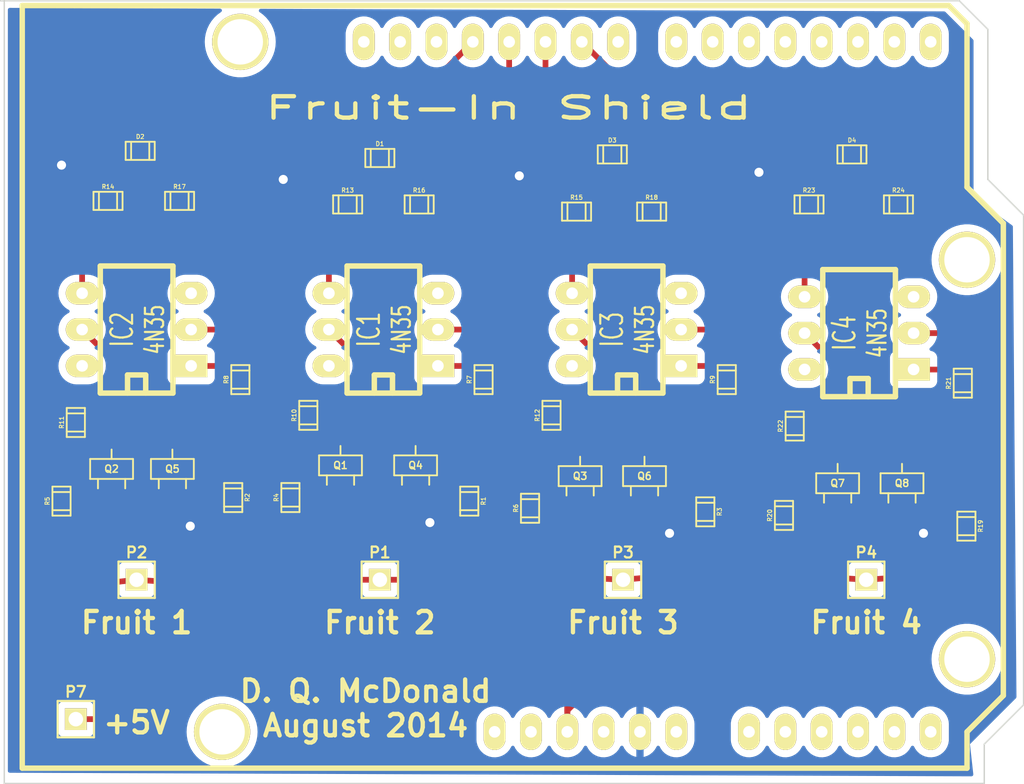
<source format=kicad_pcb>
(kicad_pcb (version 20221018) (generator pcbnew)
  (layers (0 "F.Cu" signal) (31 "B.Cu" signal) (34 "B.Paste" user) (35 "F.Paste" user) (36 "B.SilkS" user) (37 "F.SilkS" user) (38 "B.Mask" user) (39 "F.Mask" user) (44 "Edge.Cuts" user))
  (net 0 "")
  (net 1 "+5V")
  (net 2 "D10")
  (net 3 "D11")
  (net 4 "D12")
  (net 5 "D9")
  (net 6 "GND")
  (net 7 "Net-(D1-Pad1)")
  (net 8 "Net-(D2-Pad1)")
  (net 9 "Net-(D3-Pad1)")
  (net 10 "Net-(D4-Pad1)")
  (net 11 "Net-(IC1-Pad1)")
  (net 12 "Net-(IC1-Pad2)")
  (net 13 "Net-(IC1-Pad5)")
  (net 14 "Net-(IC1-Pad6)")
  (net 15 "Net-(IC2-Pad1)")
  (net 16 "Net-(IC2-Pad2)")
  (net 17 "Net-(IC2-Pad5)")
  (net 18 "Net-(IC2-Pad6)")
  (net 19 "Net-(IC3-Pad1)")
  (net 20 "Net-(IC3-Pad2)")
  (net 21 "Net-(IC3-Pad5)")
  (net 22 "Net-(IC3-Pad6)")
  (net 23 "Net-(IC4-Pad1)")
  (net 24 "Net-(IC4-Pad2)")
  (net 25 "Net-(IC4-Pad5)")
  (net 26 "Net-(IC4-Pad6)")
  (net 27 "Net-(P1-Pad1)")
  (net 28 "Net-(P2-Pad1)")
  (net 29 "Net-(P3-Pad1)")
  (net 30 "Net-(P4-Pad1)")
  (net 31 "Net-(Q1-Pad1)")
  (net 32 "Net-(Q1-Pad2)")
  (net 33 "Net-(Q2-Pad1)")
  (net 34 "Net-(Q2-Pad2)")
  (net 35 "Net-(Q3-Pad1)")
  (net 36 "Net-(Q3-Pad2)")
  (net 37 "Net-(Q7-Pad1)")
  (net 38 "Net-(Q7-Pad2)")
  (net 39 "Net-(SHIELD1-Pad0)")
  (net 40 "Net-(SHIELD1-Pad1)")
  (net 41 "Net-(SHIELD1-Pad13)")
  (net 42 "Net-(SHIELD1-Pad2)")
  (net 43 "Net-(SHIELD1-Pad3)")
  (net 44 "Net-(SHIELD1-Pad3V3)")
  (net 45 "Net-(SHIELD1-Pad4)")
  (net 46 "Net-(SHIELD1-Pad5)")
  (net 47 "Net-(SHIELD1-Pad6)")
  (net 48 "Net-(SHIELD1-Pad7)")
  (net 49 "Net-(SHIELD1-Pad8)")
  (net 50 "Net-(SHIELD1-PadAD0)")
  (net 51 "Net-(SHIELD1-PadAD1)")
  (net 52 "Net-(SHIELD1-PadAD2)")
  (net 53 "Net-(SHIELD1-PadAD3)")
  (net 54 "Net-(SHIELD1-PadAD4)")
  (net 55 "Net-(SHIELD1-PadAD5)")
  (net 56 "Net-(SHIELD1-PadAREF)")
  (net 57 "Net-(SHIELD1-PadGND1)")
  (net 58 "Net-(SHIELD1-PadGND3)")
  (net 59 "Net-(SHIELD1-PadRST)")
  (net 60 "Net-(SHIELD1-PadV_IN)")
  (footprint "smd_capacitors:c_0805" (layer "F.Cu") (at 75 73.5)
    (fp_text reference "D1")
    (fp_text value "LED" hide)
  )
  (footprint "smd_capacitors:c_0805" (layer "F.Cu") (at 58.25 73)
    (fp_text reference "D2")
    (fp_text value "LED" hide)
  )
  (footprint "smd_capacitors:c_0805" (layer "F.Cu") (at 91.25 73.25)
    (fp_text reference "D3")
    (fp_text value "LED" hide)
  )
  (footprint "smd_capacitors:c_0805" (layer "F.Cu") (at 108 73.25)
    (fp_text reference "D4")
    (fp_text value "LED" hide)
  )
  (footprint "dip_sockets:DIP-6__300_ELL" (layer "F.Cu") (at 75.25 85.5 90)
    (fp_text reference "IC1")
    (fp_text value "4N35")
  )
  (footprint "dip_sockets:DIP-6__300_ELL" (layer "F.Cu") (at 58 85.5 90)
    (fp_text reference "IC2")
    (fp_text value "4N35")
  )
  (footprint "dip_sockets:DIP-6__300_ELL" (layer "F.Cu") (at 92.25 85.5 90)
    (fp_text reference "IC3")
    (fp_text value "4N35")
  )
  (footprint "dip_sockets:DIP-6__300_ELL" (layer "F.Cu") (at 108.5 85.75 90)
    (fp_text reference "IC4")
    (fp_text value "4N35")
  )
  (footprint "pin_array:PIN_ARRAY_1" (layer "F.Cu") (at 75 103)
    (fp_text reference "P1")
    (fp_text value "CONN_1" hide)
  )
  (footprint "pin_array:PIN_ARRAY_1" (layer "F.Cu") (at 58 103)
    (fp_text reference "P2")
    (fp_text value "CONN_1" hide)
  )
  (footprint "pin_array:PIN_ARRAY_1" (layer "F.Cu") (at 92 103)
    (fp_text reference "P3")
    (fp_text value "CONN_1" hide)
  )
  (footprint "pin_array:PIN_ARRAY_1" (layer "F.Cu") (at 109 103)
    (fp_text reference "P4")
    (fp_text value "CONN_1" hide)
  )
  (footprint "pin_array:PIN_ARRAY_1" (layer "F.Cu") (at 53.75 112.75)
    (fp_text reference "P7")
    (fp_text value "CONN_1" hide)
  )
  (footprint "DQM:sot23" (layer "F.Cu") (at 72.25 95)
    (fp_text reference "Q1")
    (fp_text value "2N3904" hide)
  )
  (footprint "DQM:sot23" (layer "F.Cu") (at 56.25 95.25)
    (fp_text reference "Q2")
    (fp_text value "2N3904" hide)
  )
  (footprint "DQM:sot23" (layer "F.Cu") (at 89 95.75)
    (fp_text reference "Q3")
    (fp_text value "2N3904" hide)
  )
  (footprint "DQM:sot23" (layer "F.Cu") (at 77.5 95)
    (fp_text reference "Q4")
    (fp_text value "2N3904" hide)
  )
  (footprint "DQM:sot23" (layer "F.Cu") (at 60.5 95.25)
    (fp_text reference "Q5")
    (fp_text value "2N3904" hide)
  )
  (footprint "DQM:sot23" (layer "F.Cu") (at 93.5 95.75)
    (fp_text reference "Q6")
    (fp_text value "2N3904" hide)
  )
  (footprint "DQM:sot23" (layer "F.Cu") (at 107 96.25)
    (fp_text reference "Q7")
    (fp_text value "2N3904" hide)
  )
  (footprint "DQM:sot23" (layer "F.Cu") (at 111.5 96.25)
    (fp_text reference "Q8")
    (fp_text value "2N3904" hide)
  )
  (footprint "smd_capacitors:c_0805" (layer "F.Cu") (at 81.25 97.5 -90)
    (fp_text reference "R1")
    (fp_text value "2.2M" hide)
  )
  (footprint "smd_capacitors:c_0805" (layer "F.Cu") (at 64.75 97.25 -90)
    (fp_text reference "R2")
    (fp_text value "2.2M" hide)
  )
  (footprint "smd_capacitors:c_0805" (layer "F.Cu") (at 97.75 98.25 -90)
    (fp_text reference "R3")
    (fp_text value "2.2M" hide)
  )
  (footprint "smd_capacitors:c_0805" (layer "F.Cu") (at 68.75 97.25 90)
    (fp_text reference "R4")
    (fp_text value "10K" hide)
  )
  (footprint "smd_capacitors:c_0805" (layer "F.Cu") (at 52.75 97.5 90)
    (fp_text reference "R5")
    (fp_text value "10K" hide)
  )
  (footprint "smd_capacitors:c_0805" (layer "F.Cu") (at 85.5 98 90)
    (fp_text reference "R6")
    (fp_text value "10K" hide)
  )
  (footprint "smd_capacitors:c_0805" (layer "F.Cu") (at 82.25 89 90)
    (fp_text reference "R7")
    (fp_text value "220 Ohms" hide)
  )
  (footprint "smd_capacitors:c_0805" (layer "F.Cu") (at 65.25 89 90)
    (fp_text reference "R8")
    (fp_text value "220 Ohms" hide)
  )
  (footprint "smd_capacitors:c_0805" (layer "F.Cu") (at 99.25 89 90)
    (fp_text reference "R9")
    (fp_text value "220 Ohms" hide)
  )
  (footprint "smd_capacitors:c_0805" (layer "F.Cu") (at 70 91.5 90)
    (fp_text reference "R10")
    (fp_text value "220 Ohms" hide)
  )
  (footprint "smd_capacitors:c_0805" (layer "F.Cu") (at 53.75 92 90)
    (fp_text reference "R11")
    (fp_text value "220 Ohms" hide)
  )
  (footprint "smd_capacitors:c_0805" (layer "F.Cu") (at 87 91.5 90)
    (fp_text reference "R12")
    (fp_text value "220 Ohms" hide)
  )
  (footprint "smd_capacitors:c_0805" (layer "F.Cu") (at 72.75 76.75)
    (fp_text reference "R13")
    (fp_text value "10K" hide)
  )
  (footprint "smd_capacitors:c_0805" (layer "F.Cu") (at 56 76.5)
    (fp_text reference "R14")
    (fp_text value "10K" hide)
  )
  (footprint "smd_capacitors:c_0805" (layer "F.Cu") (at 88.75 77.25)
    (fp_text reference "R15")
    (fp_text value "10K" hide)
  )
  (footprint "smd_capacitors:c_0805" (layer "F.Cu") (at 77.75 76.75)
    (fp_text reference "R16")
    (fp_text value "470 Ohms" hide)
  )
  (footprint "smd_capacitors:c_0805" (layer "F.Cu") (at 61 76.5)
    (fp_text reference "R17")
    (fp_text value "470 Ohms" hide)
  )
  (footprint "smd_capacitors:c_0805" (layer "F.Cu") (at 94 77.25)
    (fp_text reference "R18")
    (fp_text value "470 Ohms" hide)
  )
  (footprint "smd_capacitors:c_0805" (layer "F.Cu") (at 116 99.25 -90)
    (fp_text reference "R19")
    (fp_text value "2.2M" hide)
  )
  (footprint "smd_capacitors:c_0805" (layer "F.Cu") (at 103.25 98.5 90)
    (fp_text reference "R20")
    (fp_text value "10K" hide)
  )
  (footprint "smd_capacitors:c_0805" (layer "F.Cu") (at 115.75 89.25 90)
    (fp_text reference "R21")
    (fp_text value "220 Ohms" hide)
  )
  (footprint "smd_capacitors:c_0805" (layer "F.Cu") (at 104 92.25 90)
    (fp_text reference "R22")
    (fp_text value "220 Ohms" hide)
  )
  (footprint "smd_capacitors:c_0805" (layer "F.Cu") (at 105 76.75)
    (fp_text reference "R23")
    (fp_text value "10K" hide)
  )
  (footprint "smd_capacitors:c_0805" (layer "F.Cu") (at 111.25 76.75)
    (fp_text reference "R24")
    (fp_text value "470 Ohms" hide)
  )
  (footprint "arduino_shields:ARDUINO_SHIELD" (layer "F.Cu") (at 50.004 116.178)
    (fp_text reference "")
    (fp_text value "ARDUINO_SHIELD" hide)
  )
  (gr_line (start 48.5 62.5) (end 115.5 62.5) (stroke (width 0.1)) (layer "Edge.Cuts"))
  (gr_line (start 115.5 62.5) (end 117.5 64.5) (stroke (width 0.1)) (layer "Edge.Cuts"))
  (gr_line (start 117.5 75) (end 120 77.5) (stroke (width 0.1)) (layer "Edge.Cuts"))
  (gr_line (start 120 111.75) (end 117.25 114.5) (stroke (width 0.1)) (layer "Edge.Cuts"))
  (gr_line (start 117.25 114.5) (end 117.25 117.25) (stroke (width 0.1)) (layer "Edge.Cuts"))
  (gr_line (start 120 77.5) (end 120 111.75) (stroke (width 0.1)) (layer "Edge.Cuts"))
  (gr_line (start 117.25 117.25) (end 48.75 117.25) (stroke (width 0.1)) (layer "Edge.Cuts"))
  (gr_line (start 48.75 117.25) (end 48.75 62.5) (stroke (width 0.1)) (layer "Edge.Cuts"))
  (gr_line (start 48.75 62.5) (end 48.5 62.5) (stroke (width 0.1)) (layer "Edge.Cuts"))
  (gr_line (start 117.5 64.5) (end 117.5 75) (stroke (width 0.1)) (layer "Edge.Cuts"))
  (gr_text "+5V" (at 58 113) (layer "F.SilkS") (effects (font (size 1.5 1.5) (thickness 0.3))))
  (gr_text "Fruit 4" (at 109 106) (layer "F.SilkS") (effects (font (size 1.5 1.5) (thickness 0.3))))
  (gr_text "D. Q. McDonald\nAugust 2014" (at 74 112) (layer "F.SilkS") (effects (font (size 1.5 1.5) (thickness 0.3))))
  (gr_text "Fruit 1" (at 58 106) (layer "F.SilkS") (effects (font (size 1.5 1.5) (thickness 0.3))))
  (gr_text "Fruit 2" (at 75 106) (layer "F.SilkS") (effects (font (size 1.5 1.5) (thickness 0.3))))
  (gr_text "Fruit 3" (at 92 106) (layer "F.SilkS") (effects (font (size 1.5 1.5) (thickness 0.3))))
  (gr_text "Fruit-In Shield" (at 84 70) (layer "F.SilkS") (effects (font (size 1.5 3) (thickness 0.3))))
  (segment (start 54.7975 92.9525) (end 55.75 92) (width 0.4) (layer "F.Cu") (net 1))
  (segment (start 55.75 92) (end 63.2025 92) (width 0.4) (layer "F.Cu") (net 1))
  (segment (start 63.2025 92) (end 65.25 89.9525) (width 0.4) (layer "F.Cu") (net 1))
  (segment (start 71.2975 92.4525) (end 72.25 91.5) (width 0.4) (layer "F.Cu") (net 1))
  (segment (start 72.25 91.5) (end 80.7025 91.5) (width 0.4) (layer "F.Cu") (net 1))
  (segment (start 80.7025 91.5) (end 82.25 89.9525) (width 0.4) (layer "F.Cu") (net 1))
  (segment (start 69.7975 92.4525) (end 66.75 95.5) (width 0.4) (layer "F.Cu") (net 1))
  (segment (start 66.75 95.5) (end 66.75 104.5) (width 0.4) (layer "F.Cu") (net 1))
  (segment (start 66.75 104.5) (end 70 107.75) (width 0.4) (layer "F.Cu") (net 1))
  (segment (start 84.25 107.75) (end 88.104 111.604) (width 0.4) (layer "F.Cu") (net 1))
  (segment (start 88.104 111.604) (end 88.104 112.25) (width 0.4) (layer "F.Cu") (net 1))
  (segment (start 88.104 112.25) (end 88.104 113.638) (width 0.4) (layer "F.Cu") (net 1))
  (segment (start 88.104 108.854) (end 83.5 104.25) (width 0.4) (layer "F.Cu") (net 1))
  (segment (start 83.5 104.25) (end 83.5 95.9525) (width 0.4) (layer "F.Cu") (net 1))
  (segment (start 83.5 95.9525) (end 87 92.4525) (width 0.4) (layer "F.Cu") (net 1))
  (segment (start 96.5475 92.4525) (end 99.0475 89.9525) (width 0.4) (layer "F.Cu") (net 1))
  (segment (start 99.0475 89.9525) (end 99.25 89.9525) (width 0.4) (layer "F.Cu") (net 1))
  (segment (start 103.2975 93.2025) (end 100.25 96.25) (width 0.4) (layer "F.Cu") (net 1))
  (segment (start 100.25 96.25) (end 100.25 105.5) (width 0.4) (layer "F.Cu") (net 1))
  (segment (start 100.25 105.5) (end 95.25 110.5) (width 0.4) (layer "F.Cu") (net 1))
  (segment (start 95.25 110.5) (end 89.75 110.5) (width 0.4) (layer "F.Cu") (net 1))
  (segment (start 89.75 110.5) (end 88.104 112.146) (width 0.4) (layer "F.Cu") (net 1))
  (segment (start 88.104 112.146) (end 88.104 108.854) (width 0.4) (layer "F.Cu") (net 1))
  (segment (start 109.0475 93.2025) (end 110 92.25) (width 0.4) (layer "F.Cu") (net 1))
  (segment (start 110 92.25) (end 113.7025 92.25) (width 0.4) (layer "F.Cu") (net 1))
  (segment (start 113.7025 92.25) (end 115.75 90.2025) (width 0.4) (layer "F.Cu") (net 1))
  (segment (start 51.75 107.75) (end 51 107) (width 0.4) (layer "F.Cu") (net 1))
  (segment (start 51 107) (end 51 95.7025) (width 0.4) (layer "F.Cu") (net 1))
  (segment (start 51 95.7025) (end 53.75 92.9525) (width 0.4) (layer "F.Cu") (net 1))
  (segment (start 62 107.75) (end 51.75 107.75) (width 0.4) (layer "F.Cu") (net 1))
  (segment (start 61.25 107.75) (end 56.25 112.75) (width 0.4) (layer "F.Cu") (net 1))
  (segment (start 56.25 112.75) (end 53.75 112.75) (width 0.4) (layer "F.Cu") (net 1))
  (segment (start 70 107.75) (end 84.25 107.75) (width 0.4) (layer "F.Cu") (net 1))
  (segment (start 88.104 112.25) (end 88.104 112.146) (width 0.4) (layer "F.Cu") (net 1))
  (segment (start 70 92.4525) (end 69.7975 92.4525) (width 0.4) (layer "F.Cu") (net 1))
  (segment (start 88.104 113.638) (end 88.104 111.354) (width 0.4) (layer "F.Cu") (net 1))
  (segment (start 87 92.4525) (end 96.5475 92.4525) (width 0.4) (layer "F.Cu") (net 1))
  (segment (start 53.75 92.9525) (end 54.7975 92.9525) (width 0.4) (layer "F.Cu") (net 1))
  (segment (start 104 93.2025) (end 109.0475 93.2025) (width 0.4) (layer "F.Cu") (net 1))
  (segment (start 70 107.75) (end 62 107.75) (width 0.4) (layer "F.Cu") (net 1))
  (segment (start 104 93.2025) (end 103.2975 93.2025) (width 0.4) (layer "F.Cu") (net 1))
  (segment (start 62 107.75) (end 61.25 107.75) (width 0.4) (layer "F.Cu") (net 1))
  (segment (start 70 92.4525) (end 71.2975 92.4525) (width 0.4) (layer "F.Cu") (net 1))
  (segment (start 88.44 79.81) (end 89.25 79) (width 0.4) (layer "F.Cu") (net 2))
  (segment (start 89.25 79) (end 89.25 79.125) (width 0.4) (layer "F.Cu") (net 2))
  (segment (start 89.25 77.7025) (end 89.7025 77.25) (width 0.4) (layer "F.Cu") (net 2))
  (segment (start 89.25 79.125) (end 89.25 77.7025) (width 0.4) (layer "F.Cu") (net 2))
  (segment (start 93.875 79.125) (end 94.9525 78.0475) (width 0.4) (layer "F.Cu") (net 2))
  (segment (start 94.9525 78.0475) (end 94.9525 77.25) (width 0.4) (layer "F.Cu") (net 2))
  (segment (start 94.9525 71.2975) (end 92.405 68.75) (width 0.4) (layer "F.Cu") (net 2))
  (segment (start 92.405 68.75) (end 87.75 68.75) (width 0.4) (layer "F.Cu") (net 2))
  (segment (start 87.75 68.75) (end 86.58 67.58) (width 0.4) (layer "F.Cu") (net 2))
  (segment (start 86.58 67.58) (end 86.58 65.378) (width 0.4) (layer "F.Cu") (net 2))
  (segment (start 88.44 82.96) (end 88.44 79.81) (width 0.4) (layer "F.Cu") (net 2))
  (segment (start 94.9525 77.25) (end 94.9525 71.2975) (width 0.4) (layer "F.Cu") (net 2))
  (segment (start 89.25 79.125) (end 93.875 79.125) (width 0.4) (layer "F.Cu") (net 2))
  (segment (start 71.44 80.06) (end 72.5 79) (width 0.4) (layer "F.Cu") (net 3))
  (segment (start 72.5 79) (end 73.25 79) (width 0.4) (layer "F.Cu") (net 3))
  (segment (start 73.75 79) (end 78.25 79) (width 0.4) (layer "F.Cu") (net 3))
  (segment (start 78.25 79) (end 78.7025 78.5475) (width 0.4) (layer "F.Cu") (net 3))
  (segment (start 78.7025 78.5475) (end 78.7025 76.75) (width 0.4) (layer "F.Cu") (net 3))
  (segment (start 73.25 79) (end 73.75 79) (width 0.4) (layer "F.Cu") (net 3))
  (segment (start 74 78.25) (end 74 77.0475) (width 0.4) (layer "F.Cu") (net 3))
  (segment (start 74 77.0475) (end 73.7025 76.75) (width 0.4) (layer "F.Cu") (net 3))
  (segment (start 78.7025 73.4525) (end 81.0775 71.0775) (width 0.4) (layer "F.Cu") (net 3))
  (segment (start 81.0775 71.0775) (end 81.29 70.865) (width 0.4) (layer "F.Cu") (net 3))
  (segment (start 81.9225 71.0775) (end 84.04 68.96) (width 0.4) (layer "F.Cu") (net 3))
  (segment (start 84.04 68.96) (end 84.04 65.378) (width 0.4) (layer "F.Cu") (net 3))
  (segment (start 71.44 82.96) (end 71.44 80.06) (width 0.4) (layer "F.Cu") (net 3))
  (segment (start 73.25 79) (end 74 78.25) (width 0.4) (layer "F.Cu") (net 3))
  (segment (start 78.7025 76.75) (end 78.7025 73.4525) (width 0.4) (layer "F.Cu") (net 3))
  (segment (start 81.0775 71.0775) (end 81.9225 71.0775) (width 0.4) (layer "F.Cu") (net 3))
  (segment (start 54.19 81.06) (end 56.75 78.5) (width 0.4) (layer "F.Cu") (net 4))
  (segment (start 56.9525 78.2975) (end 56.9525 76.5) (width 0.4) (layer "F.Cu") (net 4))
  (segment (start 56.75 78.5) (end 56.9525 78.2975) (width 0.4) (layer "F.Cu") (net 4))
  (segment (start 61.25 78.5) (end 61.9525 77.7975) (width 0.4) (layer "F.Cu") (net 4))
  (segment (start 61.9525 77.7975) (end 61.9525 76.5) (width 0.4) (layer "F.Cu") (net 4))
  (segment (start 61.9525 75.0475) (end 68.375 68.625) (width 0.4) (layer "F.Cu") (net 4))
  (segment (start 70.25 68.5) (end 78.378 68.5) (width 0.4) (layer "F.Cu") (net 4))
  (segment (start 78.378 68.5) (end 81.5 65.378) (width 0.4) (layer "F.Cu") (net 4))
  (segment (start 68.375 68.625) (end 68.5 68.5) (width 0.4) (layer "F.Cu") (net 4))
  (segment (start 70.125 68.625) (end 70.25 68.5) (width 0.4) (layer "F.Cu") (net 4))
  (segment (start 68.375 68.625) (end 70.125 68.625) (width 0.4) (layer "F.Cu") (net 4))
  (segment (start 61.9525 76.5) (end 61.9525 75.0475) (width 0.4) (layer "F.Cu") (net 4))
  (segment (start 54.19 82.96) (end 54.19 81.06) (width 0.4) (layer "F.Cu") (net 4))
  (segment (start 56.75 78.5) (end 61.25 78.5) (width 0.4) (layer "F.Cu") (net 4))
  (segment (start 104.69 79.69) (end 105.9525 78.4275) (width 0.4) (layer "F.Cu") (net 5))
  (segment (start 105.9525 78.4275) (end 105.9525 76.75) (width 0.4) (layer "F.Cu") (net 5))
  (segment (start 111.4275 78.4275) (end 112.2025 77.6525) (width 0.4) (layer "F.Cu") (net 5))
  (segment (start 112.2025 77.6525) (end 112.2025 76.75) (width 0.4) (layer "F.Cu") (net 5))
  (segment (start 112.2025 70.2025) (end 111.25 69.25) (width 0.4) (layer "F.Cu") (net 5))
  (segment (start 111.25 69.25) (end 99 69.25) (width 0.4) (layer "F.Cu") (net 5))
  (segment (start 99 69.25) (end 97.5 67.75) (width 0.4) (layer "F.Cu") (net 5))
  (segment (start 97.5 67.75) (end 91.492 67.75) (width 0.4) (layer "F.Cu") (net 5))
  (segment (start 91.492 67.75) (end 89.12 65.378) (width 0.4) (layer "F.Cu") (net 5))
  (segment (start 105.9525 78.4275) (end 111.4275 78.4275) (width 0.4) (layer "F.Cu") (net 5))
  (segment (start 104.69 83.21) (end 104.69 79.69) (width 0.4) (layer "F.Cu") (net 5))
  (segment (start 112.2025 76.75) (end 112.2025 70.2025) (width 0.4) (layer "F.Cu") (net 5))
  (segment (start 53.75 73) (end 52.75 74) (width 0.4) (layer "F.Cu") (net 6))
  (segment (start 52.75 76) (end 53.25 76.5) (width 0.4) (layer "F.Cu") (net 6))
  (segment (start 53.25 76.5) (end 55.0475 76.5) (width 0.4) (layer "F.Cu") (net 6))
  (segment (start 69.75 73.5) (end 68.25 75) (width 0.4) (layer "F.Cu") (net 6))
  (segment (start 69.25 76.75) (end 68.25 75.75) (width 0.4) (layer "F.Cu") (net 6))
  (segment (start 68.25 75.75) (end 68.25 75) (width 0.4) (layer "F.Cu") (net 6))
  (segment (start 86.25 73.25) (end 84.75 74.75) (width 0.4) (layer "F.Cu") (net 6))
  (segment (start 86 77.25) (end 84.75 76) (width 0.4) (layer "F.Cu") (net 6))
  (segment (start 84.75 76) (end 84.75 74.75) (width 0.4) (layer "F.Cu") (net 6))
  (segment (start 102.75 73.25) (end 101.5 74.5) (width 0.4) (layer "F.Cu") (net 6))
  (segment (start 102.5 76.75) (end 101.5 75.75) (width 0.4) (layer "F.Cu") (net 6))
  (segment (start 101.5 75.75) (end 101.5 74.5) (width 0.4) (layer "F.Cu") (net 6))
  (segment (start 61.4525 98.9525) (end 61.75 99.25) (width 0.4) (layer "F.Cu") (net 6))
  (segment (start 62.75 98.25) (end 62.75 97) (width 0.4) (layer "F.Cu") (net 6))
  (segment (start 62.75 97) (end 63.4525 96.2975) (width 0.4) (layer "F.Cu") (net 6))
  (segment (start 63.4525 96.2975) (end 64.75 96.2975) (width 0.4) (layer "F.Cu") (net 6))
  (segment (start 78.4525 98.9525) (end 78.5 99) (width 0.4) (layer "F.Cu") (net 6))
  (segment (start 78.5 98.5) (end 80.4525 96.5475) (width 0.4) (layer "F.Cu") (net 6))
  (segment (start 80.4525 96.5475) (end 81.25 96.5475) (width 0.4) (layer "F.Cu") (net 6))
  (segment (start 95.2025 99.7025) (end 95.25 99.75) (width 0.4) (layer "F.Cu") (net 6))
  (segment (start 95.25 98.5) (end 96.4525 97.2975) (width 0.4) (layer "F.Cu") (net 6))
  (segment (start 96.4525 97.2975) (end 97.75 97.2975) (width 0.4) (layer "F.Cu") (net 6))
  (segment (start 112.4525 99.2025) (end 113 99.75) (width 0.4) (layer "F.Cu") (net 6))
  (segment (start 114.25 98.5) (end 115.7975 98.5) (width 0.4) (layer "F.Cu") (net 6))
  (segment (start 115.7975 98.5) (end 116 98.2975) (width 0.4) (layer "F.Cu") (net 6))
  (segment (start 52.75 74) (end 52.75 76) (width 0.4) (layer "F.Cu") (net 6))
  (segment (start 104.0475 76.75) (end 102.5 76.75) (width 0.4) (layer "F.Cu") (net 6))
  (segment (start 61.4525 96.55664) (end 61.4525 98.9525) (width 0.4) (layer "F.Cu") (net 6))
  (segment (start 78.5 99) (end 78.5 98.5) (width 0.4) (layer "F.Cu") (net 6))
  (segment (start 71.7975 76.75) (end 69.25 76.75) (width 0.4) (layer "F.Cu") (net 6))
  (segment (start 69.75 73.5) (end 74.0475 73.5) (width 0.4) (layer "F.Cu") (net 6))
  (segment (start 87.7975 77.25) (end 86 77.25) (width 0.4) (layer "F.Cu") (net 6))
  (segment (start 113 99.75) (end 114.25 98.5) (width 0.4) (layer "F.Cu") (net 6))
  (segment (start 102.75 73.25) (end 107.0475 73.25) (width 0.4) (layer "F.Cu") (net 6))
  (segment (start 86.25 73.25) (end 90.2975 73.25) (width 0.4) (layer "F.Cu") (net 6))
  (segment (start 57.2975 73) (end 53.75 73) (width 0.4) (layer "F.Cu") (net 6))
  (segment (start 94.4525 97.05664) (end 95.2025 99.7025) (width 0.4) (layer "F.Cu") (net 6))
  (segment (start 112.4525 97.55664) (end 112.4525 99.2025) (width 0.4) (layer "F.Cu") (net 6))
  (segment (start 78.4525 96.30664) (end 78.4525 98.9525) (width 0.4) (layer "F.Cu") (net 6))
  (segment (start 95.25 99.75) (end 95.25 98.5) (width 0.4) (layer "F.Cu") (net 6))
  (segment (start 61.75 99.25) (end 62.75 98.25) (width 0.4) (layer "F.Cu") (net 6))
  (via (at 113 99.75) (size 0.889) (drill 0.635) (layers "F.Cu" "B.Cu") (net 6))
  (via (at 78.5 99) (size 0.889) (drill 0.635) (layers "F.Cu" "B.Cu") (net 6))
  (via (at 84.75 74.75) (size 0.889) (drill 0.635) (layers "F.Cu" "B.Cu") (net 6))
  (via (at 95.25 99.75) (size 0.889) (drill 0.635) (layers "F.Cu" "B.Cu") (net 6))
  (via (at 52.75 74) (size 0.889) (drill 0.635) (layers "F.Cu" "B.Cu") (net 6))
  (via (at 101.5 74.5) (size 0.889) (drill 0.635) (layers "F.Cu" "B.Cu") (net 6))
  (via (at 61.75 99.25) (size 0.889) (drill 0.635) (layers "F.Cu" "B.Cu") (net 6))
  (via (at 68.25 75) (size 0.889) (drill 0.635) (layers "F.Cu" "B.Cu") (net 6))
  (segment (start 95.25 99.75) (end 95 99.75) (width 0.4) (layer "B.Cu") (net 6))
  (segment (start 76.7975 74.7975) (end 75.9525 73.9525) (width 0.4) (layer "F.Cu") (net 7))
  (segment (start 75.9525 73.9525) (end 75.9525 73.5) (width 0.4) (layer "F.Cu") (net 7))
  (segment (start 76.7975 76.75) (end 76.7975 74.7975) (width 0.4) (layer "F.Cu") (net 7))
  (segment (start 60.0475 73.845) (end 59.2025 73) (width 0.4) (layer "F.Cu") (net 8))
  (segment (start 60.0475 76.5) (end 60.0475 73.845) (width 0.4) (layer "F.Cu") (net 8))
  (segment (start 93.0475 75.0475) (end 92.2025 74.2025) (width 0.4) (layer "F.Cu") (net 9))
  (segment (start 92.2025 74.2025) (end 92.2025 73.25) (width 0.4) (layer "F.Cu") (net 9))
  (segment (start 93.0475 77.25) (end 93.0475 75.0475) (width 0.4) (layer "F.Cu") (net 9))
  (segment (start 109.5475 73.845) (end 108.9525 73.25) (width 0.4) (layer "F.Cu") (net 10))
  (segment (start 110.2975 76.75) (end 109.5475 73.845) (width 0.4) (layer "F.Cu") (net 10))
  (segment (start 79.0675 88.0475) (end 79.06 88.04) (width 0.4) (layer "F.Cu") (net 11))
  (segment (start 82.25 88.0475) (end 79.0675 88.0475) (width 0.4) (layer "F.Cu") (net 11))
  (segment (start 82.5 85.5) (end 79.06 85.5) (width 0.4) (layer "F.Cu") (net 12))
  (segment (start 82.5 93.69336) (end 82.55664 93.69336) (width 0.4) (layer "F.Cu") (net 12))
  (segment (start 82.80664 93.69336) (end 83.75 92.75) (width 0.4) (layer "F.Cu") (net 12))
  (segment (start 83.75 92.75) (end 83.75 86.75) (width 0.4) (layer "F.Cu") (net 12))
  (segment (start 83.75 86.75) (end 82.5 85.5) (width 0.4) (layer "F.Cu") (net 12))
  (segment (start 72.25 93.69336) (end 77.5 93.69336) (width 0.4) (layer "F.Cu") (net 12))
  (segment (start 82.5 93.69336) (end 82.80664 93.69336) (width 0.4) (layer "F.Cu") (net 12))
  (segment (start 77.5 93.69336) (end 82.5 93.69336) (width 0.4) (layer "F.Cu") (net 12))
  (segment (start 73.4525 90.5475) (end 74 90) (width 0.4) (layer "F.Cu") (net 13))
  (segment (start 74 90) (end 74 88.06) (width 0.4) (layer "F.Cu") (net 13))
  (segment (start 74 88.06) (end 71.44 85.5) (width 0.4) (layer "F.Cu") (net 13))
  (segment (start 70 90.5475) (end 73.4525 90.5475) (width 0.4) (layer "F.Cu") (net 13))
  (segment (start 61.8175 88.0475) (end 61.81 88.04) (width 0.4) (layer "F.Cu") (net 15))
  (segment (start 65.25 88.0475) (end 61.8175 88.0475) (width 0.4) (layer "F.Cu") (net 15))
  (segment (start 66.30664 93.94336) (end 67 93.25) (width 0.4) (layer "F.Cu") (net 16))
  (segment (start 67 93.25) (end 67 87) (width 0.4) (layer "F.Cu") (net 16))
  (segment (start 67 87) (end 65.5 85.5) (width 0.4) (layer "F.Cu") (net 16))
  (segment (start 65.5 85.5) (end 61.81 85.5) (width 0.4) (layer "F.Cu") (net 16))
  (segment (start 56.25 93.94336) (end 60.5 93.94336) (width 0.4) (layer "F.Cu") (net 16))
  (segment (start 60.5 93.94336) (end 66.30664 93.94336) (width 0.4) (layer "F.Cu") (net 16))
  (segment (start 56.2025 91.0475) (end 57.25 90) (width 0.4) (layer "F.Cu") (net 17))
  (segment (start 57.25 90) (end 57.25 88.56) (width 0.4) (layer "F.Cu") (net 17))
  (segment (start 57.25 88.56) (end 54.19 85.5) (width 0.4) (layer "F.Cu") (net 17))
  (segment (start 53.75 91.0475) (end 56.2025 91.0475) (width 0.4) (layer "F.Cu") (net 17))
  (segment (start 96.0675 88.0475) (end 96.06 88.04) (width 0.4) (layer "F.Cu") (net 19))
  (segment (start 99.25 88.0475) (end 96.0675 88.0475) (width 0.4) (layer "F.Cu") (net 19))
  (segment (start 93.5 94.44336) (end 94.94336 93.75) (width 0.4) (layer "F.Cu") (net 20))
  (segment (start 94.94336 93.75) (end 98.25 93.75) (width 0.4) (layer "F.Cu") (net 20))
  (segment (start 98.25 93.75) (end 101.5 90.5) (width 0.4) (layer "F.Cu") (net 20))
  (segment (start 101.5 90.5) (end 101.5 87.25) (width 0.4) (layer "F.Cu") (net 20))
  (segment (start 101.5 87.25) (end 99.75 85.5) (width 0.4) (layer "F.Cu") (net 20))
  (segment (start 99.75 85.5) (end 96.06 85.5) (width 0.4) (layer "F.Cu") (net 20))
  (segment (start 89 94.44336) (end 93.5 94.44336) (width 0.4) (layer "F.Cu") (net 20))
  (segment (start 91.2975 90.5475) (end 91.25 90.5) (width 0.4) (layer "F.Cu") (net 21))
  (segment (start 91.25 90.5) (end 91.25 88.31) (width 0.4) (layer "F.Cu") (net 21))
  (segment (start 91.25 88.31) (end 88.44 85.5) (width 0.4) (layer "F.Cu") (net 21))
  (segment (start 87 90.5475) (end 91.2975 90.5475) (width 0.4) (layer "F.Cu") (net 21))
  (segment (start 112.3175 88.2975) (end 112.31 88.29) (width 0.4) (layer "F.Cu") (net 23))
  (segment (start 115.75 88.2975) (end 112.3175 88.2975) (width 0.4) (layer "F.Cu") (net 23))
  (segment (start 115.05664 94.94336) (end 117.75 92.25) (width 0.4) (layer "F.Cu") (net 24))
  (segment (start 117.75 92.25) (end 117.75 87) (width 0.4) (layer "F.Cu") (net 24))
  (segment (start 117.75 87) (end 116.5 85.75) (width 0.4) (layer "F.Cu") (net 24))
  (segment (start 116.5 85.75) (end 112.31 85.75) (width 0.4) (layer "F.Cu") (net 24))
  (segment (start 111.5 94.94336) (end 115.05664 94.94336) (width 0.4) (layer "F.Cu") (net 24))
  (segment (start 107 94.94336) (end 111.5 94.94336) (width 0.4) (layer "F.Cu") (net 24))
  (segment (start 106.2025 91.2975) (end 107.25 90.25) (width 0.4) (layer "F.Cu") (net 25))
  (segment (start 107.25 90.25) (end 107.25 88.31) (width 0.4) (layer "F.Cu") (net 25))
  (segment (start 107.25 88.31) (end 104.69 85.75) (width 0.4) (layer "F.Cu") (net 25))
  (segment (start 104 91.2975) (end 106.2025 91.2975) (width 0.4) (layer "F.Cu") (net 25))
  (segment (start 70.75 103) (end 68.75 101) (width 0.4) (layer "F.Cu") (net 27))
  (segment (start 68.75 101) (end 68.75 98.2025) (width 0.4) (layer "F.Cu") (net 27))
  (segment (start 79 103) (end 81.25 100.75) (width 0.4) (layer "F.Cu") (net 27))
  (segment (start 81.25 100.75) (end 81.25 98.4525) (width 0.4) (layer "F.Cu") (net 27))
  (segment (start 75 103) (end 70.75 103) (width 0.4) (layer "F.Cu") (net 27))
  (segment (start 75 103) (end 79 103) (width 0.4) (layer "F.Cu") (net 27))
  (segment (start 55.75 103.25) (end 52.75 100.25) (width 0.4) (layer "F.Cu") (net 28))
  (segment (start 52.75 100.25) (end 52.75 98.4525) (width 0.4) (layer "F.Cu") (net 28))
  (segment (start 61.5 103.25) (end 64.5 100.25) (width 0.4) (layer "F.Cu") (net 28))
  (segment (start 64.5 100.25) (end 64.5 98.4525) (width 0.4) (layer "F.Cu") (net 28))
  (segment (start 64.5 98.4525) (end 64.75 98.2025) (width 0.4) (layer "F.Cu") (net 28))
  (segment (start 58 103) (end 55.75 103.25) (width 0.4) (layer "F.Cu") (net 28))
  (segment (start 58 103) (end 61.5 103.25) (width 0.4) (layer "F.Cu") (net 28))
  (segment (start 87.25 102.75) (end 85.5 101) (width 0.4) (layer "F.Cu") (net 29))
  (segment (start 85.5 101) (end 85.5 98.9525) (width 0.4) (layer "F.Cu") (net 29))
  (segment (start 94.75 102.75) (end 97.75 99.75) (width 0.4) (layer "F.Cu") (net 29))
  (segment (start 97.75 99.75) (end 97.75 99.2025) (width 0.4) (layer "F.Cu") (net 29))
  (segment (start 92 103) (end 94.75 102.75) (width 0.4) (layer "F.Cu") (net 29))
  (segment (start 92 103) (end 87.25 102.75) (width 0.4) (layer "F.Cu") (net 29))
  (segment (start 105.25 102.75) (end 103.25 100.75) (width 0.4) (layer "F.Cu") (net 30))
  (segment (start 103.25 100.75) (end 103.25 99.4525) (width 0.4) (layer "F.Cu") (net 30))
  (segment (start 112.5 102.75) (end 115.0475 100.2025) (width 0.4) (layer "F.Cu") (net 30))
  (segment (start 115.0475 100.2025) (end 116 100.2025) (width 0.4) (layer "F.Cu") (net 30))
  (segment (start 109 103) (end 105.25 102.75) (width 0.4) (layer "F.Cu") (net 30))
  (segment (start 109 103) (end 112.5 102.75) (width 0.4) (layer "F.Cu") (net 30))
  (segment (start 73.2025 96.30664) (end 76.5475 96.30664) (width 0.4) (layer "F.Cu") (net 31))
  (segment (start 71.28836 96.2975) (end 71.2975 96.30664) (width 0.4) (layer "F.Cu") (net 32))
  (segment (start 68.75 96.2975) (end 71.28836 96.2975) (width 0.4) (layer "F.Cu") (net 32))
  (segment (start 57.2025 96.55664) (end 59.5475 96.55664) (width 0.4) (layer "F.Cu") (net 33))
  (segment (start 55.28836 96.5475) (end 55.2975 96.55664) (width 0.4) (layer "F.Cu") (net 34))
  (segment (start 52.75 96.5475) (end 55.28836 96.5475) (width 0.4) (layer "F.Cu") (net 34))
  (segment (start 89.9525 97.05664) (end 92.5475 97.05664) (width 0.4) (layer "F.Cu") (net 35))
  (segment (start 87.53836 96.5475) (end 88.0475 97.05664) (width 0.4) (layer "F.Cu") (net 36))
  (segment (start 85.5 97.0475) (end 87.53836 96.5475) (width 0.4) (layer "F.Cu") (net 36))
  (segment (start 107.9525 97.55664) (end 110.5475 97.55664) (width 0.4) (layer "F.Cu") (net 37))
  (segment (start 106.03836 97.5475) (end 106.0475 97.55664) (width 0.4) (layer "F.Cu") (net 38))
  (segment (start 103.25 97.5475) (end 106.03836 97.5475) (width 0.4) (layer "F.Cu") (net 38))
  (zone (net 6) (net_name "GND") (layer "B.Cu") (connect_pads (clearance 0.508)) (min_thickness 0.254) (fill yes (thermal_gap 0.508) (thermal_bridge_width 0.508))
    (polygon (pts (xy 49 63) (xy 115 63.25) (xy 114.5 63.25) (xy 116.5 65.25) (xy 116.5 76.25) (xy 119.25 78.25) (xy 119.5 111.25) (xy 116.25 114.5) (xy 116.5 116.75) (xy 49 116.5) (xy 49 63.25)))
  )
)
</source>
